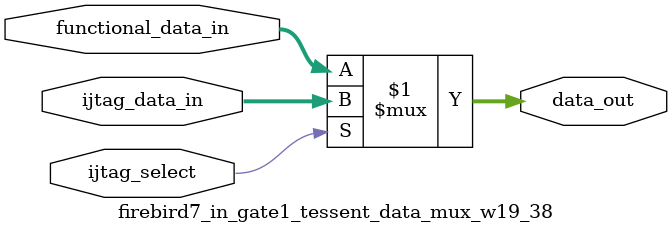
<source format=sv>

module firebird7_in_gate1_tessent_data_mux_w19_38 (
  input wire ijtag_select,
  input wire [18:0]  functional_data_in,
  input wire [18:0]  ijtag_data_in,
  output wire [18:0] data_out
);
assign data_out = (ijtag_select) ? ijtag_data_in : functional_data_in;
endmodule

</source>
